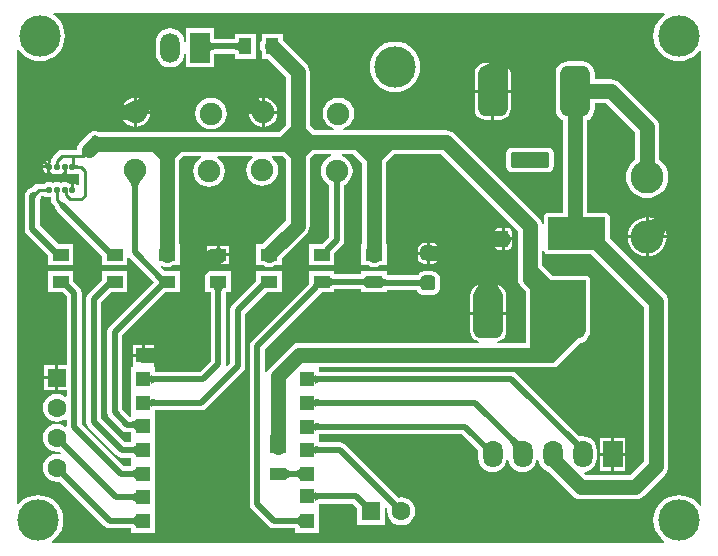
<source format=gtl>
G04*
G04 #@! TF.GenerationSoftware,Altium Limited,Altium Designer,19.0.15 (446)*
G04*
G04 Layer_Physical_Order=1*
G04 Layer_Color=255*
%FSTAX24Y24*%
%MOIN*%
G70*
G01*
G75*
%ADD10C,0.0100*%
G04:AMPARAMS|DCode=19|XSize=98.4mil|YSize=169.3mil|CornerRadius=24.6mil|HoleSize=0mil|Usage=FLASHONLY|Rotation=180.000|XOffset=0mil|YOffset=0mil|HoleType=Round|Shape=RoundedRectangle|*
%AMROUNDEDRECTD19*
21,1,0.0984,0.1201,0,0,180.0*
21,1,0.0492,0.1693,0,0,180.0*
1,1,0.0492,-0.0246,0.0600*
1,1,0.0492,0.0246,0.0600*
1,1,0.0492,0.0246,-0.0600*
1,1,0.0492,-0.0246,-0.0600*
%
%ADD19ROUNDEDRECTD19*%
G04:AMPARAMS|DCode=20|XSize=36.6mil|YSize=51.6mil|CornerRadius=2.7mil|HoleSize=0mil|Usage=FLASHONLY|Rotation=0.000|XOffset=0mil|YOffset=0mil|HoleType=Round|Shape=RoundedRectangle|*
%AMROUNDEDRECTD20*
21,1,0.0366,0.0461,0,0,0.0*
21,1,0.0311,0.0516,0,0,0.0*
1,1,0.0055,0.0156,-0.0230*
1,1,0.0055,-0.0156,-0.0230*
1,1,0.0055,-0.0156,0.0230*
1,1,0.0055,0.0156,0.0230*
%
%ADD20ROUNDEDRECTD20*%
G04:AMPARAMS|DCode=21|XSize=127.6mil|YSize=51.6mil|CornerRadius=3.9mil|HoleSize=0mil|Usage=FLASHONLY|Rotation=0.000|XOffset=0mil|YOffset=0mil|HoleType=Round|Shape=RoundedRectangle|*
%AMROUNDEDRECTD21*
21,1,0.1276,0.0438,0,0,0.0*
21,1,0.1198,0.0516,0,0,0.0*
1,1,0.0077,0.0599,-0.0219*
1,1,0.0077,-0.0599,-0.0219*
1,1,0.0077,-0.0599,0.0219*
1,1,0.0077,0.0599,0.0219*
%
%ADD21ROUNDEDRECTD21*%
%ADD22R,0.0550X0.0394*%
G04:AMPARAMS|DCode=23|XSize=50mil|YSize=50mil|CornerRadius=12.5mil|HoleSize=0mil|Usage=FLASHONLY|Rotation=270.000|XOffset=0mil|YOffset=0mil|HoleType=Round|Shape=RoundedRectangle|*
%AMROUNDEDRECTD23*
21,1,0.0500,0.0250,0,0,270.0*
21,1,0.0250,0.0500,0,0,270.0*
1,1,0.0250,-0.0125,-0.0125*
1,1,0.0250,-0.0125,0.0125*
1,1,0.0250,0.0125,0.0125*
1,1,0.0250,0.0125,-0.0125*
%
%ADD23ROUNDEDRECTD23*%
%ADD24R,0.0394X0.0550*%
G04:AMPARAMS|DCode=25|XSize=19.3mil|YSize=17.7mil|CornerRadius=2.2mil|HoleSize=0mil|Usage=FLASHONLY|Rotation=270.000|XOffset=0mil|YOffset=0mil|HoleType=Round|Shape=RoundedRectangle|*
%AMROUNDEDRECTD25*
21,1,0.0193,0.0133,0,0,270.0*
21,1,0.0149,0.0177,0,0,270.0*
1,1,0.0044,-0.0066,-0.0074*
1,1,0.0044,-0.0066,0.0074*
1,1,0.0044,0.0066,0.0074*
1,1,0.0044,0.0066,-0.0074*
%
%ADD25ROUNDEDRECTD25*%
%ADD43C,0.0500*%
%ADD44C,0.0200*%
%ADD45O,0.0650X0.0900*%
%ADD46R,0.0650X0.0900*%
%ADD47C,0.1100*%
%ADD48R,0.0650X0.1000*%
%ADD49O,0.0650X0.1000*%
%ADD50C,0.0750*%
%ADD51R,0.0500X0.0500*%
%ADD52R,0.0630X0.0630*%
%ADD53C,0.0630*%
%ADD54R,0.0630X0.0630*%
%ADD55C,0.0180*%
%ADD56C,0.0250*%
%ADD57C,0.0500*%
%ADD58C,0.1378*%
G36*
X033789Y036255D02*
X033782Y036251D01*
X033654Y036146D01*
X033549Y036018D01*
X033471Y035873D01*
X033423Y035714D01*
X033407Y03555D01*
X033423Y035386D01*
X033471Y035227D01*
X033549Y035082D01*
X033654Y034954D01*
X033782Y034849D01*
X033927Y034771D01*
X034086Y034723D01*
X03425Y034707D01*
X034414Y034723D01*
X034573Y034771D01*
X034718Y034849D01*
X034846Y034954D01*
X034948Y035079D01*
X034952Y035079D01*
X034998Y035044D01*
Y019906D01*
X034952Y019871D01*
X034948Y019871D01*
X034846Y019996D01*
X034718Y020101D01*
X034573Y020179D01*
X034414Y020227D01*
X03425Y020243D01*
X034086Y020227D01*
X033927Y020179D01*
X033782Y020101D01*
X033654Y019996D01*
X033549Y019868D01*
X033471Y019723D01*
X033423Y019564D01*
X033407Y0194D01*
X033423Y019236D01*
X033471Y019077D01*
X033549Y018932D01*
X033654Y018804D01*
X033777Y018703D01*
X033775Y018671D01*
X03377Y018653D01*
X01338D01*
X013375Y018671D01*
X013373Y018703D01*
X013496Y018804D01*
X013601Y018932D01*
X013679Y019077D01*
X013727Y019236D01*
X013743Y0194D01*
X013727Y019564D01*
X013679Y019723D01*
X013601Y019868D01*
X013496Y019996D01*
X013368Y020101D01*
X013223Y020179D01*
X013064Y020227D01*
X0129Y020243D01*
X012736Y020227D01*
X012577Y020179D01*
X012432Y020101D01*
X012304Y019996D01*
X012248Y019929D01*
X012198Y019946D01*
Y035073D01*
X012247Y035086D01*
X012249Y035082D01*
X012354Y034954D01*
X012482Y034849D01*
X012627Y034771D01*
X012786Y034723D01*
X01295Y034707D01*
X013114Y034723D01*
X013273Y034771D01*
X013418Y034849D01*
X013546Y034954D01*
X013651Y035082D01*
X013729Y035227D01*
X013777Y035386D01*
X013793Y03555D01*
X013777Y035714D01*
X013729Y035873D01*
X013651Y036018D01*
X013546Y036146D01*
X013418Y036251D01*
X013411Y036255D01*
X013423Y036303D01*
X033777D01*
X033789Y036255D01*
D02*
G37*
%LPC*%
G36*
X0173Y035804D02*
X017176Y035788D01*
X01706Y03574D01*
X016961Y035664D01*
X016885Y035565D01*
X016837Y035449D01*
X016821Y035325D01*
Y034975D01*
X016837Y034851D01*
X016885Y034735D01*
X016961Y034636D01*
X01706Y03456D01*
X017176Y034512D01*
X0173Y034496D01*
X017424Y034512D01*
X01754Y03456D01*
X017639Y034636D01*
X017715Y034735D01*
X017763Y034851D01*
X017775Y034944D01*
X017825Y034941D01*
Y0345D01*
X018775D01*
Y034945D01*
X018781Y034945D01*
X019447D01*
X019453Y034945D01*
Y034775D01*
X020147D01*
Y035625D01*
X019453D01*
Y035455D01*
X019447Y035455D01*
X018781D01*
X018775Y035455D01*
Y0358D01*
X017825D01*
Y035359D01*
X017775Y035356D01*
X017763Y035449D01*
X017715Y035565D01*
X017639Y035664D01*
X01754Y03574D01*
X017424Y035788D01*
X0173Y035804D01*
D02*
G37*
G36*
X028602Y034466D02*
X028548Y034388D01*
X028508Y034316D01*
X028483Y034253D01*
X028474Y034198D01*
X02848Y034151D01*
X028503Y034114D01*
X028541Y034085D01*
X0281Y03432D01*
Y03375D01*
X028645D01*
Y0343D01*
X028633Y034391D01*
X028602Y034466D01*
D02*
G37*
G36*
X027962Y034649D02*
X027804D01*
X027714Y034638D01*
X027629Y034603D01*
X027557Y034547D01*
X027502Y034475D01*
X027467Y034391D01*
X027455Y0343D01*
Y03375D01*
X028D01*
Y034373D01*
X02771Y034528D01*
X027773Y03455D01*
X027839Y03458D01*
X027908Y034616D01*
X027962Y034649D01*
D02*
G37*
G36*
X024798Y035359D02*
X024634Y035343D01*
X024476Y035295D01*
X02433Y035217D01*
X024202Y035112D01*
X024097Y034985D01*
X02402Y034839D01*
X023972Y034681D01*
X023955Y034516D01*
X023972Y034352D01*
X02402Y034194D01*
X024097Y034048D01*
X024202Y03392D01*
X02433Y033815D01*
X024476Y033737D01*
X024634Y033689D01*
X024798Y033673D01*
X024963Y033689D01*
X025121Y033737D01*
X025267Y033815D01*
X025395Y03392D01*
X025499Y034048D01*
X025577Y034194D01*
X025625Y034352D01*
X025641Y034516D01*
X025625Y034681D01*
X025577Y034839D01*
X025499Y034985D01*
X025395Y035112D01*
X025267Y035217D01*
X025121Y035295D01*
X024963Y035343D01*
X024798Y035359D01*
D02*
G37*
G36*
X0162Y033473D02*
Y033409D01*
X016207Y033415D01*
X016259Y033465D01*
X0162Y033473D01*
D02*
G37*
G36*
X016615Y033104D02*
X016567Y03305D01*
X016623D01*
X016615Y033104D01*
D02*
G37*
G36*
X02045Y033473D02*
Y03305D01*
X020873D01*
X020863Y033124D01*
X020815Y03324D01*
X020739Y033339D01*
X02064Y033415D01*
X020524Y033463D01*
X02045Y033473D01*
D02*
G37*
G36*
X0162Y033329D02*
Y03305D01*
X016479D01*
X0162Y033329D01*
D02*
G37*
G36*
X0161Y033473D02*
X016026Y033463D01*
X01591Y033415D01*
X015811Y033339D01*
X015747Y033255D01*
X015882Y033263D01*
Y03305D01*
X0161D01*
Y033473D01*
D02*
G37*
G36*
X02035D02*
X020276Y033463D01*
X020244Y033449D01*
X020319Y033384D01*
X020331Y033376D01*
X020341Y033372D01*
X020348Y033371D01*
X0201Y03305D01*
X02035D01*
Y033473D01*
D02*
G37*
G36*
X019928Y033053D02*
X019927Y03305D01*
X019931D01*
X019928Y033053D01*
D02*
G37*
G36*
X028645Y03365D02*
X0281D01*
Y032751D01*
X028296D01*
X028386Y032762D01*
X028471Y032797D01*
X028543Y032853D01*
X028598Y032925D01*
X028633Y033009D01*
X028645Y0331D01*
Y03365D01*
D02*
G37*
G36*
X028D02*
X027455D01*
Y0331D01*
X027467Y033009D01*
X027502Y032925D01*
X027557Y032853D01*
X027629Y032797D01*
X027714Y032762D01*
X027804Y032751D01*
X028D01*
Y03365D01*
D02*
G37*
G36*
X0161Y03295D02*
X015882D01*
Y032738D01*
X015878Y03274D01*
X015869Y032742D01*
X015856Y032744D01*
X015817Y032747D01*
X015744Y032749D01*
X015811Y032661D01*
X01591Y032585D01*
X016026Y032537D01*
X0161Y032527D01*
Y03295D01*
D02*
G37*
G36*
X020873D02*
X02045D01*
Y032527D01*
X020524Y032537D01*
X02064Y032585D01*
X020739Y032661D01*
X020815Y03276D01*
X020863Y032876D01*
X020873Y03295D01*
D02*
G37*
G36*
X016623D02*
X0162D01*
Y032527D01*
X016274Y032537D01*
X01639Y032585D01*
X016489Y032661D01*
X016565Y03276D01*
X016613Y032876D01*
X016623Y03295D01*
D02*
G37*
G36*
X02035D02*
X019927D01*
X019937Y032876D01*
X019985Y03276D01*
X020061Y032661D01*
X02016Y032585D01*
X020276Y032537D01*
X02035Y032527D01*
Y03295D01*
D02*
G37*
G36*
X01866Y03349D02*
X018523Y033471D01*
X018395Y033419D01*
X018286Y033334D01*
X018201Y033225D01*
X018149Y033097D01*
X01813Y03296D01*
X018149Y032823D01*
X018201Y032695D01*
X018286Y032586D01*
X018395Y032501D01*
X018523Y032449D01*
X01866Y03243D01*
X018797Y032449D01*
X018925Y032501D01*
X019034Y032586D01*
X019119Y032695D01*
X019171Y032823D01*
X01919Y03296D01*
X019171Y033097D01*
X019119Y033225D01*
X019034Y033334D01*
X018925Y033419D01*
X018797Y033471D01*
X01866Y03349D01*
D02*
G37*
G36*
X013216Y031381D02*
X0132D01*
X013152Y031371D01*
X013112Y031344D01*
X013085Y031304D01*
X013075Y031256D01*
Y031232D01*
X013216D01*
Y031381D01*
D02*
G37*
G36*
X029899Y031828D02*
X028701D01*
X028627Y031814D01*
X028565Y031772D01*
X028523Y03171D01*
X028509Y031636D01*
Y031198D01*
X028523Y031124D01*
X028565Y031062D01*
X028627Y03102D01*
X028701Y031005D01*
X029899D01*
X029973Y03102D01*
X030035Y031062D01*
X030077Y031124D01*
X030091Y031198D01*
Y031636D01*
X030077Y03171D01*
X030035Y031772D01*
X029973Y031814D01*
X029899Y031828D01*
D02*
G37*
G36*
X013216Y031132D02*
X013075D01*
Y031108D01*
X013085Y03106D01*
X013112Y03102D01*
X013152Y030993D01*
X0132Y030983D01*
X013216D01*
Y031132D01*
D02*
G37*
G36*
X021047Y035625D02*
X020353D01*
Y035405D01*
X020351Y035402D01*
X02031Y035304D01*
X020297Y0352D01*
X02031Y035096D01*
X020351Y034998D01*
X020353Y034995D01*
Y034775D01*
X020554D01*
X021147Y034183D01*
Y032568D01*
X020937Y032358D01*
X014908D01*
X014876Y032371D01*
X014804Y032381D01*
X014733Y032371D01*
X014666Y032343D01*
X014627Y032314D01*
X014603Y032304D01*
X014519Y03224D01*
X014315Y032035D01*
X014251Y031952D01*
X01421Y031854D01*
X014203Y031796D01*
X014198Y031779D01*
X014197Y031757D01*
X013694D01*
X013616Y031742D01*
X01355Y031697D01*
X013378Y031525D01*
X013334Y031459D01*
X013318Y031381D01*
Y031381D01*
X013316D01*
Y031357D01*
X013293Y031323D01*
X01328Y031256D01*
Y031182D01*
Y031108D01*
X013293Y03104D01*
X013316Y031006D01*
Y030983D01*
X013332D01*
X013388Y030945D01*
X013456Y030932D01*
X013588D01*
X013656Y030945D01*
X013712Y030983D01*
X013728D01*
Y031006D01*
X013751Y03104D01*
X013764Y031108D01*
Y031182D01*
X013792D01*
Y031108D01*
X013805Y03104D01*
X013828Y031006D01*
Y030983D01*
X013844D01*
X0139Y030945D01*
X013967Y030932D01*
X0141D01*
X014167Y030945D01*
X014175Y03095D01*
X014175Y03095D01*
X014194Y030963D01*
X014195Y030963D01*
X014244Y030939D01*
X014245Y030938D01*
Y030586D01*
X014195Y030571D01*
X014188Y03058D01*
X014148Y030607D01*
X0141Y030617D01*
X014084D01*
Y030418D01*
X01402D01*
Y030492D01*
X014007Y03056D01*
X013984Y030594D01*
Y030617D01*
X013968D01*
X013912Y030655D01*
X013844Y030668D01*
X013712D01*
X01365Y030656D01*
X013588Y030668D01*
X013456D01*
X013394Y030656D01*
X013333Y030668D01*
X0132D01*
X013133Y030655D01*
X013084Y030622D01*
X012918D01*
X01284Y030607D01*
X012774Y030562D01*
X012774Y030562D01*
X012708Y030497D01*
X012652Y030485D01*
X01257Y03043D01*
X01252Y03038D01*
X012464Y030298D01*
X012445Y0302D01*
Y029122D01*
X012464Y029024D01*
X01252Y028942D01*
X013225Y028236D01*
Y027903D01*
X014075D01*
Y028597D01*
X013585D01*
X012955Y029227D01*
Y030107D01*
X012986Y030152D01*
X012997Y030208D01*
X013003Y030214D01*
X013084D01*
X013133Y030182D01*
X0132Y030168D01*
X013318D01*
Y030078D01*
X013334Y03D01*
X013378Y029934D01*
X013453Y029858D01*
X013464Y029802D01*
X01352Y02972D01*
X015025Y028215D01*
Y027903D01*
X015875D01*
Y028157D01*
X015925Y028172D01*
X01594Y02815D01*
X01675Y027339D01*
X01527Y025858D01*
X015215Y025776D01*
X015195Y025678D01*
Y023D01*
X015215Y022902D01*
X01527Y02282D01*
X015678Y022411D01*
X015761Y022356D01*
X015859Y022336D01*
X016002D01*
X016009Y022336D01*
Y022D01*
X016002Y022D01*
X015786D01*
X015005Y022781D01*
Y026673D01*
X015335Y027003D01*
X015875D01*
Y027697D01*
X015025D01*
Y027414D01*
X01457Y026958D01*
X014514Y026876D01*
X014495Y026778D01*
Y022675D01*
X014514Y022577D01*
X01457Y022495D01*
X0155Y021565D01*
X015582Y021509D01*
X01568Y02149D01*
X016002D01*
X016009Y02149D01*
Y02121D01*
X016002Y02121D01*
X015751D01*
X014355Y022606D01*
Y026978D01*
X014336Y027076D01*
X01428Y027158D01*
X014075Y027364D01*
Y027697D01*
X013225D01*
Y027003D01*
X013715D01*
X013845Y026873D01*
Y024565D01*
X013572D01*
Y02415D01*
Y023735D01*
X013845D01*
Y023545D01*
X0138Y023523D01*
X013757Y023556D01*
X013643Y023603D01*
X013522Y023619D01*
X013401Y023603D01*
X013288Y023556D01*
X01319Y023482D01*
X013116Y023384D01*
X013069Y023271D01*
X013053Y02315D01*
X013069Y023029D01*
X013116Y022916D01*
X01319Y022818D01*
X013288Y022744D01*
X013401Y022697D01*
X013522Y022681D01*
X013643Y022697D01*
X013757Y022744D01*
X0138Y022777D01*
X013845Y022755D01*
Y022551D01*
X013795Y022527D01*
X013757Y022556D01*
X013643Y022603D01*
X013522Y022619D01*
X013401Y022603D01*
X013288Y022556D01*
X01319Y022482D01*
X013116Y022384D01*
X013069Y022271D01*
X013053Y02215D01*
X013069Y022029D01*
X013116Y021916D01*
X01319Y021818D01*
X013288Y021744D01*
X013401Y021697D01*
X013522Y021681D01*
X013618Y021694D01*
X01367Y021642D01*
X013661Y021629D01*
X013637Y021604D01*
X013522Y021619D01*
X013401Y021603D01*
X013288Y021556D01*
X01319Y021482D01*
X013116Y021384D01*
X013069Y021271D01*
X013053Y02115D01*
X013069Y021029D01*
X013116Y020916D01*
X01319Y020818D01*
X013288Y020744D01*
X013401Y020697D01*
X013522Y020681D01*
X013618Y020694D01*
X015107Y019205D01*
X015189Y01915D01*
X015287Y01913D01*
X016002D01*
X016009Y01913D01*
Y018985D01*
X016809D01*
Y019775D01*
Y020555D01*
Y021345D01*
Y022135D01*
Y022925D01*
Y02307D01*
X016815Y02307D01*
X018325D01*
X018423Y023089D01*
X018505Y023145D01*
X01973Y02437D01*
X019785Y024452D01*
X019805Y02455D01*
Y026294D01*
X020514Y027003D01*
X021025D01*
Y027697D01*
X020175D01*
Y027385D01*
X01937Y02658D01*
X019315Y026498D01*
X019295Y0264D01*
Y024656D01*
X019198Y024558D01*
X019151Y024583D01*
X019155Y0246D01*
Y026997D01*
X019155Y027003D01*
X019325D01*
Y027697D01*
X018475D01*
Y027003D01*
X018645D01*
X018645Y026997D01*
Y024706D01*
X018299Y02436D01*
X016815D01*
X016809Y02436D01*
Y024505D01*
X016783D01*
X016759Y024545D01*
X016759Y024555D01*
Y024845D01*
X016059D01*
Y024555D01*
X016059Y024545D01*
X016035Y024505D01*
X016009D01*
Y023705D01*
Y02286D01*
X015959Y022852D01*
X015705Y023106D01*
Y025573D01*
X017135Y027003D01*
X017625D01*
Y027697D01*
X017114D01*
X016981Y02783D01*
X016988Y027893D01*
X016998Y027901D01*
X017096Y02786D01*
X0172Y027847D01*
X017304Y02786D01*
X017402Y027901D01*
X017405Y027903D01*
X017625D01*
Y028597D01*
X017603D01*
Y031396D01*
X017745Y031551D01*
X018315D01*
X018325Y031501D01*
X018226Y031424D01*
X018141Y031315D01*
X018089Y031187D01*
X01807Y03105D01*
X018089Y030913D01*
X018141Y030785D01*
X018226Y030676D01*
X018335Y030591D01*
X018463Y030539D01*
X0186Y03052D01*
X018737Y030539D01*
X018865Y030591D01*
X018974Y030676D01*
X019059Y030785D01*
X019111Y030913D01*
X01913Y03105D01*
X019111Y031187D01*
X019059Y031315D01*
X018974Y031424D01*
X018875Y031501D01*
X018885Y031551D01*
X020039D01*
X020056Y031501D01*
X019996Y031454D01*
X019911Y031345D01*
X019859Y031217D01*
X01984Y03108D01*
X019859Y030943D01*
X019911Y030815D01*
X019996Y030706D01*
X020105Y030621D01*
X020233Y030569D01*
X02037Y03055D01*
X020507Y030569D01*
X020635Y030621D01*
X020744Y030706D01*
X020829Y030815D01*
X020881Y030943D01*
X0209Y03108D01*
X020881Y031217D01*
X020829Y031345D01*
X020744Y031454D01*
X020684Y031501D01*
X020701Y031551D01*
X021034D01*
X021147Y031439D01*
Y029395D01*
X020348Y028597D01*
X020175D01*
Y027903D01*
X020395D01*
X020398Y027901D01*
X020496Y02786D01*
X0206Y027847D01*
X020704Y02786D01*
X020802Y027901D01*
X020805Y027903D01*
X021025D01*
Y028133D01*
X021835Y028943D01*
X021899Y029026D01*
X02194Y029124D01*
X021953Y029228D01*
X021953Y029228D01*
Y031442D01*
X022108Y031597D01*
X022667D01*
X022677Y031547D01*
X022585Y031509D01*
X022476Y031424D01*
X022391Y031315D01*
X022339Y031187D01*
X02232Y03105D01*
X022339Y030913D01*
X022391Y030785D01*
X022476Y030676D01*
X022585Y030591D01*
X022595Y030587D01*
Y028856D01*
X022345Y028605D01*
X022339Y028597D01*
X021925D01*
Y027903D01*
X022775D01*
Y028315D01*
X02303Y02857D01*
X023085Y028652D01*
X023105Y02875D01*
Y030587D01*
X023115Y030591D01*
X023224Y030676D01*
X023309Y030785D01*
X023361Y030913D01*
X02338Y03105D01*
X023361Y031187D01*
X023309Y031315D01*
X023224Y031424D01*
X023115Y031509D01*
X023023Y031547D01*
X023033Y031597D01*
X023398D01*
X023697Y031322D01*
Y028597D01*
X023675D01*
Y027903D01*
X023895D01*
X023898Y027901D01*
X023996Y02786D01*
X0241Y027847D01*
X024204Y02786D01*
X024302Y027901D01*
X024305Y027903D01*
X024525D01*
Y028597D01*
X024503D01*
Y031334D01*
X024766Y031597D01*
X026335D01*
X028897Y029035D01*
Y028783D01*
Y027456D01*
X028897Y027456D01*
X02891Y027352D01*
X028951Y027255D01*
X029015Y027171D01*
X029147Y027039D01*
X029147Y025308D01*
X028209D01*
X028206Y025358D01*
X028236Y025362D01*
X028321Y025397D01*
X028393Y025453D01*
X028448Y025525D01*
X028483Y025609D01*
X028495Y0257D01*
Y02625D01*
X0279D01*
X027305D01*
Y0257D01*
X027317Y025609D01*
X027352Y025525D01*
X027407Y025453D01*
X027479Y025397D01*
X027564Y025362D01*
X027594Y025358D01*
X027591Y025308D01*
X021605D01*
X021579Y025305D01*
X021471D01*
Y025282D01*
X021403Y025254D01*
X02132Y02519D01*
X02132Y02519D01*
X020615Y024485D01*
X020551Y024402D01*
X02051Y024305D01*
X020505Y024264D01*
X020455Y024267D01*
Y025094D01*
X022355Y026995D01*
X022361Y027003D01*
X022604D01*
X022607Y027002D01*
X022615Y027003D01*
X022624Y027001D01*
X022633Y027003D01*
X022775D01*
Y027095D01*
X02278Y027095D01*
X02367D01*
X023675Y027095D01*
Y027003D01*
X023817D01*
X023826Y027001D01*
X023835Y027003D01*
X023843Y027002D01*
X023846Y027003D01*
X024351D01*
X024351Y027003D01*
X024353Y027003D01*
X024365D01*
X024374Y027001D01*
X024383Y027003D01*
X024525D01*
Y02707D01*
X024528Y02707D01*
X025521D01*
X025535Y027036D01*
X025579Y026979D01*
X025636Y026935D01*
X025703Y026907D01*
X025775Y026898D01*
X026025D01*
X026097Y026907D01*
X026164Y026935D01*
X026221Y026979D01*
X026265Y027036D01*
X026293Y027103D01*
X026302Y027175D01*
Y027425D01*
X026293Y027497D01*
X026265Y027564D01*
X026221Y027621D01*
X026164Y027665D01*
X026097Y027693D01*
X026025Y027702D01*
X025775D01*
X025703Y027693D01*
X025636Y027665D01*
X025579Y027621D01*
X025547Y02758D01*
X024531D01*
X024525Y02758D01*
Y027697D01*
X023846D01*
X023843Y027698D01*
X023835Y027697D01*
X023826Y027699D01*
X023817Y027697D01*
X023675D01*
Y027605D01*
X02367Y027605D01*
X02278D01*
X022775Y027605D01*
Y027697D01*
X022633D01*
X022624Y027699D01*
X022615Y027697D01*
X022607Y027698D01*
X022604Y027697D01*
X021925D01*
Y027285D01*
X02002Y02538D01*
X019964Y025298D01*
X019945Y0252D01*
Y019952D01*
X019964Y019854D01*
X02002Y019771D01*
X020586Y019205D01*
X020669Y01915D01*
X020767Y01913D01*
X021464D01*
X021471Y01913D01*
Y018985D01*
X022271D01*
Y019755D01*
X022271Y019785D01*
X022271Y019835D01*
Y01995D01*
X022277Y01995D01*
X023389D01*
X023535Y019804D01*
Y019235D01*
X024465D01*
Y019809D01*
X024508Y019827D01*
X024544Y019795D01*
X024531Y0197D01*
X024547Y019579D01*
X024594Y019466D01*
X024668Y019368D01*
X024766Y019294D01*
X024879Y019247D01*
X025Y019231D01*
X025121Y019247D01*
X025234Y019294D01*
X025332Y019368D01*
X025406Y019466D01*
X025453Y019579D01*
X025469Y0197D01*
X025453Y019821D01*
X025406Y019934D01*
X025332Y020032D01*
X025234Y020106D01*
X025121Y020153D01*
X025Y020169D01*
X024904Y020156D01*
X023125Y021935D01*
X023043Y02199D01*
X022945Y02201D01*
X022277D01*
X022271Y02201D01*
Y02227D01*
X022277Y02227D01*
X027021D01*
X027567Y021725D01*
Y021481D01*
X027583Y021357D01*
X027631Y021241D01*
X027707Y021142D01*
X027806Y021066D01*
X027922Y021018D01*
X028046Y021002D01*
X02817Y021018D01*
X028285Y021066D01*
X028384Y021142D01*
X028461Y021241D01*
X028508Y021357D01*
X02852Y021448D01*
X028571D01*
X028583Y021357D01*
X028631Y021241D01*
X028707Y021142D01*
X028806Y021066D01*
X028922Y021018D01*
X029046Y021002D01*
X02917Y021018D01*
X029285Y021066D01*
X029384Y021142D01*
X029461Y021241D01*
X029508Y021357D01*
X02952Y021448D01*
X029571D01*
X029583Y021357D01*
X029631Y021241D01*
X029707Y021142D01*
X029806Y021066D01*
X029906Y021025D01*
X030716Y020215D01*
X0308Y020151D01*
X030897Y02011D01*
X031001Y020097D01*
X031001Y020097D01*
X032795D01*
X032795Y020097D01*
X0329Y02011D01*
X032997Y020151D01*
X03308Y020215D01*
X033785Y02092D01*
X033849Y021003D01*
X03389Y0211D01*
X033903Y021205D01*
Y026681D01*
X033903Y026681D01*
X03389Y026786D01*
X033849Y026883D01*
X033785Y026967D01*
X033785Y026967D01*
X031951Y028801D01*
X031951Y029503D01*
X03194Y029562D01*
X031907Y029611D01*
X031857Y029645D01*
X031798Y029656D01*
X031203D01*
Y032736D01*
X031246Y032754D01*
X031329Y032817D01*
X031392Y0329D01*
X031432Y032996D01*
X031446Y0331D01*
Y033297D01*
X031833D01*
X032797Y032333D01*
Y031424D01*
X032703Y031347D01*
X032615Y031241D01*
X03255Y031119D01*
X03251Y030987D01*
X032497Y03085D01*
X03251Y030713D01*
X03255Y030581D01*
X032615Y030459D01*
X032703Y030353D01*
X032809Y030265D01*
X032931Y0302D01*
X033063Y03016D01*
X0332Y030147D01*
X033337Y03016D01*
X033469Y0302D01*
X033591Y030265D01*
X033697Y030353D01*
X033785Y030459D01*
X03385Y030581D01*
X03389Y030713D01*
X033903Y03085D01*
X03389Y030987D01*
X03385Y031119D01*
X033785Y031241D01*
X033697Y031347D01*
X033603Y031424D01*
Y0325D01*
X03359Y032604D01*
X033549Y032702D01*
X033485Y032785D01*
X033485Y032785D01*
X032285Y033985D01*
X032202Y034049D01*
X032104Y03409D01*
X032Y034103D01*
X032Y034103D01*
X031446D01*
Y0343D01*
X031432Y034404D01*
X031392Y0345D01*
X031329Y034583D01*
X031246Y034646D01*
X031149Y034686D01*
X031046Y0347D01*
X030554D01*
X030451Y034686D01*
X030354Y034646D01*
X030271Y034583D01*
X030208Y0345D01*
X030168Y034404D01*
X030154Y0343D01*
Y0331D01*
X030168Y032996D01*
X030208Y0329D01*
X030271Y032817D01*
X030354Y032754D01*
X030397Y032736D01*
Y029656D01*
X029898D01*
X02984Y029645D01*
X02979Y029611D01*
X029757Y029562D01*
X029745Y029503D01*
Y029265D01*
X029695Y029262D01*
X02969Y029306D01*
X029649Y029403D01*
X029585Y029487D01*
X026787Y032285D01*
X026703Y032349D01*
X026606Y03239D01*
X026502Y032403D01*
X026502Y032403D01*
X023069D01*
X023059Y032453D01*
X023175Y032501D01*
X023284Y032586D01*
X023369Y032695D01*
X023421Y032823D01*
X02344Y03296D01*
X023421Y033097D01*
X023369Y033225D01*
X023284Y033334D01*
X023175Y033419D01*
X023047Y033471D01*
X02291Y03349D01*
X022773Y033471D01*
X022645Y033419D01*
X022536Y033334D01*
X022451Y033225D01*
X022399Y033097D01*
X02238Y03296D01*
X022399Y032823D01*
X022451Y032695D01*
X022536Y032586D01*
X022645Y032501D01*
X022761Y032453D01*
X022751Y032403D01*
X022114D01*
X021953Y032564D01*
Y03435D01*
X021953Y03435D01*
X02194Y034454D01*
X021899Y034552D01*
X021835Y034635D01*
X021835Y034635D01*
X021047Y035424D01*
Y035625D01*
D02*
G37*
G36*
X03325Y029498D02*
Y029403D01*
X033282Y029408D01*
X033321Y029418D01*
X03336Y029432D01*
X033399Y029451D01*
X03342Y029462D01*
X033327Y029491D01*
X03325Y029498D01*
D02*
G37*
G36*
X033812Y02907D02*
X033801Y029049D01*
X033782Y02901D01*
X033768Y028971D01*
X033758Y028932D01*
X033753Y0289D01*
X033848D01*
X033841Y028977D01*
X033812Y02907D01*
D02*
G37*
G36*
X03325Y029355D02*
Y0289D01*
X033705D01*
X03325Y029355D01*
D02*
G37*
G36*
X03315Y029498D02*
X033073Y029491D01*
X03295Y029453D01*
X032837Y029393D01*
X032738Y029312D01*
X032657Y029213D01*
X032597Y0291D01*
X032559Y028977D01*
X032552Y0289D01*
X03315D01*
Y029498D01*
D02*
G37*
G36*
X028554Y029143D02*
X028448D01*
Y028833D01*
X028684D01*
Y029013D01*
X028674Y029063D01*
X028646Y029105D01*
X028604Y029134D01*
X028554Y029143D01*
D02*
G37*
G36*
X028348D02*
X028243D01*
X028193Y029134D01*
X028151Y029105D01*
X028123Y029063D01*
X028117Y029035D01*
X028233Y029038D01*
Y028833D01*
X028348D01*
Y029143D01*
D02*
G37*
G36*
X028684Y028733D02*
X028448D01*
Y028423D01*
X028554D01*
X028604Y028433D01*
X028646Y028461D01*
X028674Y028503D01*
X028684Y028553D01*
Y028733D01*
D02*
G37*
G36*
X028348D02*
X028233D01*
Y028528D01*
X028228Y028527D01*
X028213Y028527D01*
X028118Y028527D01*
X028123Y028503D01*
X028151Y028461D01*
X028193Y028433D01*
X028243Y028423D01*
X028348D01*
Y028733D01*
D02*
G37*
G36*
X026025Y028654D02*
X02595D01*
Y02835D01*
X026254D01*
Y028425D01*
X026237Y028513D01*
X026187Y028587D01*
X026113Y028637D01*
X026025Y028654D01*
D02*
G37*
G36*
X02585D02*
X025775D01*
X025687Y028637D01*
X025613Y028587D01*
X025563Y028513D01*
X025546Y028425D01*
Y02835D01*
X02585D01*
Y028654D01*
D02*
G37*
G36*
X019275Y028547D02*
X01895D01*
Y0283D01*
X019275D01*
Y028547D01*
D02*
G37*
G36*
X01885D02*
X018525D01*
Y0283D01*
X01885D01*
Y028547D01*
D02*
G37*
G36*
X033848Y0288D02*
X03325D01*
Y028202D01*
X033327Y028209D01*
X03345Y028247D01*
X033563Y028307D01*
X033662Y028388D01*
X033743Y028487D01*
X033803Y0286D01*
X033841Y028723D01*
X033848Y0288D01*
D02*
G37*
G36*
X03315D02*
X032552D01*
X032559Y028723D01*
X032597Y0286D01*
X032657Y028487D01*
X032738Y028388D01*
X032837Y028307D01*
X03295Y028247D01*
X033073Y028209D01*
X03315Y028202D01*
Y0288D01*
D02*
G37*
G36*
X019275Y0282D02*
X01895D01*
Y027953D01*
X019275D01*
Y0282D01*
D02*
G37*
G36*
X01885D02*
X018525D01*
Y027953D01*
X01885D01*
Y0282D01*
D02*
G37*
G36*
X026254Y02825D02*
X02595D01*
Y027946D01*
X026025D01*
X026113Y027963D01*
X026187Y028013D01*
X026237Y028087D01*
X026254Y028175D01*
Y02825D01*
D02*
G37*
G36*
X02585D02*
X025546D01*
Y028175D01*
X025563Y028087D01*
X025613Y028013D01*
X025687Y027963D01*
X025775Y027946D01*
X02585D01*
Y02825D01*
D02*
G37*
G36*
X028213Y027241D02*
X028225Y027218D01*
X028262Y027158D01*
X028304Y027097D01*
X028351Y027037D01*
X02795D01*
Y02635D01*
X028495D01*
Y0269D01*
X028483Y026991D01*
X028448Y027075D01*
X028393Y027147D01*
X028321Y027203D01*
X028236Y027238D01*
X028213Y027241D01*
D02*
G37*
G36*
X02755Y027232D02*
X027479Y027203D01*
X027407Y027147D01*
X027352Y027075D01*
X027317Y026991D01*
X027305Y0269D01*
Y02635D01*
X02785D01*
Y027037D01*
X027449D01*
X027479Y027077D01*
X027505Y027121D01*
X027528Y02717D01*
X027548Y027224D01*
X02755Y027232D01*
D02*
G37*
G36*
X016759Y025245D02*
X016459D01*
Y024945D01*
X016759D01*
Y025245D01*
D02*
G37*
G36*
X016359D02*
X016059D01*
Y024945D01*
X016359D01*
Y025245D01*
D02*
G37*
G36*
X013472Y024565D02*
X013107D01*
Y0242D01*
X013472D01*
Y024565D01*
D02*
G37*
G36*
Y0241D02*
X013107D01*
Y023735D01*
X013472D01*
Y0241D01*
D02*
G37*
%LPD*%
G36*
X019606Y035D02*
X019604Y035019D01*
X019598Y035036D01*
X019587Y035051D01*
X019573Y035064D01*
X019555Y035075D01*
X019533Y035084D01*
X019507Y035091D01*
X019477Y035096D01*
X019443Y035099D01*
X019404Y0351D01*
Y0353D01*
X019443Y035301D01*
X019477Y035304D01*
X019507Y035309D01*
X019533Y035316D01*
X019555Y035325D01*
X019573Y035336D01*
X019587Y035349D01*
X019598Y035364D01*
X019604Y035381D01*
X019606Y0354D01*
Y035D01*
D02*
G37*
G36*
X018625Y035381D02*
X018631Y035364D01*
X018641Y035349D01*
X018655Y035336D01*
X018673Y035325D01*
X018695Y035316D01*
X018721Y035309D01*
X018751Y035304D01*
X018786Y035301D01*
X018824Y0353D01*
Y0351D01*
X018786Y035099D01*
X018751Y035096D01*
X018721Y035091D01*
X018695Y035084D01*
X018673Y035075D01*
X018655Y035064D01*
X018641Y035051D01*
X018631Y035036D01*
X018625Y035019D01*
X018623Y035D01*
Y0354D01*
X018625Y035381D01*
D02*
G37*
G36*
X01462Y031501D02*
X014579Y031498D01*
X014467Y031497D01*
X014451Y031499D01*
X014441Y031502D01*
X014435Y031506D01*
X014434Y031512D01*
X014439Y031518D01*
X014368Y031589D01*
X014362Y031584D01*
X014356Y031585D01*
X014352Y031591D01*
X014349Y031601D01*
X014347Y031617D01*
X014345Y031637D01*
X014346Y031694D01*
X014351Y03177D01*
X01462Y031501D01*
D02*
G37*
G36*
X017887Y032D02*
X017907Y031954D01*
X017448Y031453D01*
X016948D01*
X0164Y031953D01*
X016419Y032003D01*
X017887Y032D01*
D02*
G37*
G36*
X021698Y032603D02*
X022298Y032003D01*
X021698Y031403D01*
X021398Y031403D01*
X020798Y032003D01*
X020899Y032104D01*
X021398Y032603D01*
X021698Y032603D01*
D02*
G37*
G36*
X024148Y031252D02*
X024D01*
X023398Y031803D01*
Y032D01*
X024148D01*
Y031252D01*
D02*
G37*
G36*
X01412Y031265D02*
X014126Y031258D01*
X014133Y031252D01*
X014141Y031246D01*
X014151Y031242D01*
X014163Y031238D01*
X014176Y031236D01*
X01419Y031233D01*
X014206Y031232D01*
X014223Y031232D01*
Y031132D01*
X014206Y031131D01*
X01419Y03113D01*
X014176Y031128D01*
X014163Y031125D01*
X014151Y031122D01*
X014141Y031117D01*
X014133Y031112D01*
X014126Y031106D01*
X01412Y031099D01*
X014116Y031092D01*
Y031272D01*
X01412Y031265D01*
D02*
G37*
G36*
X016352Y03078D02*
X016324Y030748D01*
X0163Y030717D01*
X016279Y030685D01*
X016261Y030653D01*
X016246Y030621D01*
X016235Y030589D01*
X016227Y030557D01*
X016222Y030525D01*
X01622Y030494D01*
X01602D01*
X016018Y030525D01*
X016013Y030557D01*
X016005Y030589D01*
X015994Y030621D01*
X015979Y030653D01*
X015962Y030685D01*
X01594Y030717D01*
X015916Y030748D01*
X015888Y03078D01*
X015857Y030812D01*
X016382D01*
X016352Y03078D01*
D02*
G37*
G36*
X031798Y028425D02*
X029898D01*
X029898Y029503D01*
X031798D01*
X031798Y028425D01*
D02*
G37*
G36*
X024375Y027506D02*
X024381Y027489D01*
X024391Y027474D01*
X024405Y027461D01*
X024423Y02745D01*
X024445Y027441D01*
X024471Y027434D01*
X024501Y027429D01*
X024536Y027426D01*
X024574Y027425D01*
Y027225D01*
X024536Y027224D01*
X024472Y027219D01*
X024446Y027214D01*
X024424Y027207D01*
X024406Y0272D01*
X024392Y02719D01*
X024382Y02718D01*
X024376Y027168D01*
X024374Y027154D01*
X024373Y027525D01*
X024375Y027506D01*
D02*
G37*
G36*
X023826Y027154D02*
X023824Y027173D01*
X023818Y027189D01*
X023808Y027203D01*
X023794Y027216D01*
X023776Y027226D01*
X023754Y027235D01*
X023728Y027241D01*
X023698Y027246D01*
X023664Y027249D01*
X023626Y02725D01*
Y02745D01*
X023664Y027451D01*
X023698Y027454D01*
X023728Y027459D01*
X023754Y027465D01*
X023776Y027474D01*
X023794Y027484D01*
X023808Y027497D01*
X023818Y027511D01*
X023824Y027527D01*
X023826Y027546D01*
Y027154D01*
D02*
G37*
G36*
X022626Y027527D02*
X022632Y027511D01*
X022642Y027497D01*
X022656Y027484D01*
X022674Y027474D01*
X022696Y027465D01*
X022722Y027459D01*
X022752Y027454D01*
X022786Y027451D01*
X022824Y02745D01*
Y02725D01*
X022786Y027249D01*
X022752Y027246D01*
X022722Y027241D01*
X022696Y027235D01*
X022674Y027226D01*
X022656Y027216D01*
X022642Y027203D01*
X022632Y027189D01*
X022626Y027173D01*
X022624Y027154D01*
Y027546D01*
X022626Y027527D01*
D02*
G37*
G36*
X019081Y027154D02*
X019064Y027148D01*
X019049Y027137D01*
X019036Y027123D01*
X019025Y027105D01*
X019016Y027083D01*
X019009Y027057D01*
X019004Y027027D01*
X019001Y026993D01*
X019Y026954D01*
X0188D01*
X018799Y026993D01*
X018796Y027027D01*
X018791Y027057D01*
X018784Y027083D01*
X018775Y027105D01*
X018764Y027123D01*
X018751Y027137D01*
X018736Y027148D01*
X018719Y027154D01*
X0187Y027156D01*
X0191D01*
X019081Y027154D01*
D02*
G37*
G36*
X029998Y027403D02*
X031148D01*
X031148Y025703D01*
X030909Y025464D01*
X030917Y025457D01*
X030908Y025463D01*
X030098Y024653D01*
X029598D01*
X0293Y024952D01*
X0293Y028102D01*
X029998Y027403D01*
D02*
G37*
G36*
X029757Y028366D02*
X02979Y028317D01*
X02984Y028284D01*
X029898Y028272D01*
X031339D01*
X033097Y026514D01*
Y021372D01*
X032628Y020903D01*
X031168D01*
X031107Y020965D01*
X031123Y021012D01*
X03117Y021018D01*
X031285Y021066D01*
X031384Y021142D01*
X031461Y021241D01*
X031508Y021357D01*
X031525Y021481D01*
Y021731D01*
X031508Y021855D01*
X031461Y021971D01*
X031384Y02207D01*
X031285Y022146D01*
X03117Y022194D01*
X031046Y02221D01*
X030941Y022196D01*
X028852Y024285D01*
X028769Y024341D01*
X028672Y02436D01*
X022277D01*
X022271Y02436D01*
Y024502D01*
X029592D01*
X029598Y0245D01*
X030098D01*
X030157Y024512D01*
X030207Y024545D01*
X030972Y02531D01*
X030999Y025314D01*
X031096Y025354D01*
X031179Y025417D01*
X031242Y0255D01*
X031282Y025596D01*
X031288Y025642D01*
X03129Y025645D01*
X031301Y025703D01*
X031301Y027403D01*
X03129Y027462D01*
X031257Y027511D01*
X031207Y027545D01*
X031148Y027556D01*
X030502D01*
X030498Y027557D01*
X030498Y027557D01*
X030061D01*
X029703Y027914D01*
Y02838D01*
X029753Y028385D01*
X029757Y028366D01*
D02*
G37*
G36*
X02212Y024286D02*
X022126Y024269D01*
X022136Y024254D01*
X02215Y024241D01*
X022168Y02423D01*
X022191Y024221D01*
X022217Y024214D01*
X022247Y024209D01*
X022281Y024206D01*
X022319Y024205D01*
Y024005D01*
X022281Y024004D01*
X022247Y024001D01*
X022217Y023996D01*
X022191Y023989D01*
X022168Y02398D01*
X02215Y023969D01*
X022136Y023956D01*
X022126Y023941D01*
X02212Y023924D01*
X022118Y023905D01*
Y024305D01*
X02212Y024286D01*
D02*
G37*
G36*
X016658D02*
X016664Y024269D01*
X016674Y024254D01*
X016688Y024241D01*
X016707Y02423D01*
X016729Y024221D01*
X016755Y024214D01*
X016785Y024209D01*
X016819Y024206D01*
X016858Y024205D01*
Y024005D01*
X016819Y024004D01*
X016785Y024001D01*
X016755Y023996D01*
X016729Y023989D01*
X016707Y02398D01*
X016688Y023969D01*
X016674Y023956D01*
X016664Y023941D01*
X016658Y023924D01*
X016656Y023905D01*
Y024305D01*
X016658Y024286D01*
D02*
G37*
G36*
X02212Y023506D02*
X022126Y023489D01*
X022136Y023474D01*
X02215Y023461D01*
X022168Y02345D01*
X022191Y023441D01*
X022217Y023434D01*
X022247Y023429D01*
X022281Y023426D01*
X022319Y023425D01*
Y023225D01*
X022281Y023224D01*
X022247Y023221D01*
X022217Y023216D01*
X022191Y023209D01*
X022168Y0232D01*
X02215Y023189D01*
X022136Y023176D01*
X022126Y023161D01*
X02212Y023144D01*
X022118Y023125D01*
Y023525D01*
X02212Y023506D01*
D02*
G37*
G36*
X016658D02*
X016664Y023489D01*
X016674Y023474D01*
X016688Y023461D01*
X016707Y02345D01*
X016729Y023441D01*
X016755Y023434D01*
X016785Y023429D01*
X016819Y023426D01*
X016858Y023425D01*
Y023225D01*
X016819Y023224D01*
X016785Y023221D01*
X016755Y023216D01*
X016729Y023209D01*
X016707Y0232D01*
X016688Y023189D01*
X016674Y023176D01*
X016664Y023161D01*
X016658Y023144D01*
X016656Y023125D01*
Y023525D01*
X016658Y023506D01*
D02*
G37*
G36*
X016161Y022391D02*
X016159Y02241D01*
X016153Y022427D01*
X016143Y022442D01*
X016129Y022455D01*
X016111Y022466D01*
X016089Y022475D01*
X016062Y022482D01*
X016032Y022487D01*
X015998Y02249D01*
X01596Y022491D01*
Y022691D01*
X015998Y022692D01*
X016032Y022695D01*
X016062Y0227D01*
X016088Y022706D01*
X01611Y022714D01*
X016128Y022725D01*
X016142Y022737D01*
X016152Y02275D01*
X016158Y022766D01*
X01616Y022784D01*
X016161Y022391D01*
D02*
G37*
G36*
X02212Y022706D02*
X022126Y022689D01*
X022136Y022674D01*
X02215Y022661D01*
X022168Y02265D01*
X022191Y022641D01*
X022217Y022634D01*
X022247Y022629D01*
X022281Y022626D01*
X022319Y022625D01*
Y022425D01*
X022281Y022424D01*
X022247Y022421D01*
X022217Y022416D01*
X022191Y022409D01*
X022168Y0224D01*
X02215Y022389D01*
X022136Y022376D01*
X022126Y022361D01*
X02212Y022344D01*
X022118Y022325D01*
Y022725D01*
X02212Y022706D01*
D02*
G37*
G36*
X021174Y022046D02*
X020626D01*
X020631Y022051D01*
X020635Y022066D01*
X020638Y022091D01*
X020641Y022126D01*
X020649Y022366D01*
X02065Y022546D01*
X02115D01*
X021174Y022046D01*
D02*
G37*
G36*
X028792Y022127D02*
X028855Y022076D01*
X028883Y022057D01*
X02891Y022044D01*
X028933Y022035D01*
X028955Y022032D01*
X028975Y022033D01*
X028992Y02204D01*
X029007Y022051D01*
X028725Y02177D01*
X028737Y021785D01*
X028743Y021802D01*
X028745Y021822D01*
X028741Y021843D01*
X028733Y021867D01*
X02872Y021893D01*
X028701Y021922D01*
X028678Y021952D01*
X028649Y021985D01*
X028616Y02202D01*
X028757Y022161D01*
X028792Y022127D01*
D02*
G37*
G36*
X02212Y021936D02*
X022126Y021919D01*
X022136Y021904D01*
X02215Y021891D01*
X022168Y02188D01*
X022191Y021871D01*
X022217Y021864D01*
X022247Y021859D01*
X022281Y021856D01*
X022319Y021855D01*
Y021655D01*
X022281Y021654D01*
X022247Y021651D01*
X022217Y021646D01*
X022191Y021639D01*
X022168Y02163D01*
X02215Y021619D01*
X022136Y021606D01*
X022126Y021591D01*
X02212Y021574D01*
X022118Y021555D01*
Y021955D01*
X02212Y021936D01*
D02*
G37*
G36*
X016161Y021545D02*
X016159Y021564D01*
X016153Y021581D01*
X016143Y021596D01*
X016129Y021609D01*
X016111Y02162D01*
X016089Y021629D01*
X016063Y021636D01*
X016032Y021641D01*
X015998Y021644D01*
X01596Y021645D01*
Y021845D01*
X015998Y021846D01*
X016032Y021849D01*
X016063Y021854D01*
X016089Y021861D01*
X016111Y02187D01*
X016129Y021881D01*
X016143Y021894D01*
X016153Y021909D01*
X016159Y021926D01*
X016161Y021945D01*
Y021545D01*
D02*
G37*
G36*
Y020755D02*
X016159Y020774D01*
X016153Y020791D01*
X016143Y020806D01*
X016129Y020819D01*
X016111Y02083D01*
X016089Y020839D01*
X016063Y020846D01*
X016032Y020851D01*
X015998Y020854D01*
X01596Y020855D01*
Y021055D01*
X015998Y021056D01*
X016032Y021059D01*
X016063Y021064D01*
X016089Y021071D01*
X016111Y02108D01*
X016129Y021091D01*
X016143Y021104D01*
X016153Y021119D01*
X016159Y021136D01*
X016161Y021155D01*
Y020755D01*
D02*
G37*
G36*
X021176Y021128D02*
X021182Y021112D01*
X021192Y021098D01*
X021206Y021086D01*
X021224Y021076D01*
X021246Y021067D01*
X021272Y021061D01*
X021302Y021056D01*
X021336Y021053D01*
X021374Y021053D01*
Y020853D01*
X021336Y020852D01*
X021302Y020849D01*
X021272Y020844D01*
X021246Y020837D01*
X021224Y020828D01*
X021206Y020817D01*
X021192Y020804D01*
X021182Y02079D01*
X021176Y020773D01*
X021174Y020754D01*
Y021146D01*
X021176Y021128D01*
D02*
G37*
G36*
X021623Y020753D02*
X021621Y020772D01*
X021615Y020789D01*
X021605Y020804D01*
X021591Y020817D01*
X021573Y020828D01*
X02155Y020837D01*
X021524Y020844D01*
X021494Y020849D01*
X02146Y020852D01*
X021422Y020853D01*
Y021053D01*
X02146Y021054D01*
X021494Y021057D01*
X021524Y021062D01*
X02155Y021069D01*
X021573Y021078D01*
X021591Y021089D01*
X021605Y021102D01*
X021615Y021117D01*
X021621Y021134D01*
X021623Y021153D01*
Y020753D01*
D02*
G37*
G36*
X02212Y020386D02*
X022126Y020369D01*
X022136Y020354D01*
X02215Y020341D01*
X022168Y02033D01*
X022191Y020321D01*
X022217Y020314D01*
X022247Y020309D01*
X022281Y020306D01*
X022319Y020305D01*
Y020105D01*
X022281Y020104D01*
X022247Y020101D01*
X022217Y020096D01*
X022191Y020089D01*
X022168Y02008D01*
X02215Y020069D01*
X022136Y020056D01*
X022126Y020041D01*
X02212Y020024D01*
X022118Y020005D01*
Y020405D01*
X02212Y020386D01*
D02*
G37*
G36*
X016161Y019975D02*
X016159Y019994D01*
X016153Y020011D01*
X016143Y020026D01*
X016129Y020039D01*
X016111Y02005D01*
X016089Y020059D01*
X016063Y020066D01*
X016032Y020071D01*
X015998Y020074D01*
X01596Y020075D01*
Y020275D01*
X015998Y020276D01*
X016032Y020279D01*
X016063Y020284D01*
X016089Y020291D01*
X016111Y0203D01*
X016129Y020311D01*
X016143Y020324D01*
X016153Y020339D01*
X016159Y020356D01*
X016161Y020375D01*
Y019975D01*
D02*
G37*
G36*
X021623Y019185D02*
X021621Y019204D01*
X021615Y019221D01*
X021605Y019236D01*
X021591Y019249D01*
X021573Y01926D01*
X02155Y019269D01*
X021524Y019276D01*
X021494Y019281D01*
X02146Y019284D01*
X021422Y019285D01*
Y019485D01*
X02146Y019486D01*
X021494Y019489D01*
X021524Y019494D01*
X02155Y019501D01*
X021573Y01951D01*
X021591Y019521D01*
X021605Y019534D01*
X021615Y019549D01*
X021621Y019566D01*
X021623Y019585D01*
Y019185D01*
D02*
G37*
G36*
X016161D02*
X016159Y019204D01*
X016153Y019221D01*
X016143Y019236D01*
X016129Y019249D01*
X016111Y01926D01*
X016089Y019269D01*
X016063Y019276D01*
X016032Y019281D01*
X015998Y019284D01*
X01596Y019285D01*
Y019485D01*
X015998Y019486D01*
X016032Y019489D01*
X016063Y019494D01*
X016089Y019501D01*
X016111Y01951D01*
X016129Y019521D01*
X016143Y019534D01*
X016153Y019549D01*
X016159Y019566D01*
X016161Y019585D01*
Y019185D01*
D02*
G37*
%LPC*%
G36*
X032471Y022156D02*
X032096D01*
Y021656D01*
X032471D01*
Y022156D01*
D02*
G37*
G36*
X031996D02*
X031621D01*
Y021656D01*
X031996D01*
Y022156D01*
D02*
G37*
G36*
X032471Y021556D02*
X032096D01*
Y021056D01*
X032471D01*
Y021556D01*
D02*
G37*
G36*
X031996D02*
X031621D01*
Y021056D01*
X031996D01*
Y021556D01*
D02*
G37*
%LPD*%
D10*
X014067Y031182D02*
Y031535D01*
X014049Y031553D02*
X014403D01*
X013694D02*
X014049D01*
X014067Y031535D01*
X014403Y031553D02*
X0146Y03175D01*
X013522Y031381D02*
X013694Y031553D01*
X013233Y030967D02*
Y031182D01*
Y030967D02*
X0134Y0308D01*
X013522Y031182D02*
Y031381D01*
X01432Y031182D02*
X014448Y031053D01*
Y030207D02*
Y031053D01*
X014341Y0301D02*
X014448Y030207D01*
X014067Y031182D02*
X01432D01*
X01295Y032D02*
X013Y03205D01*
X01295Y031506D02*
Y032D01*
Y031506D02*
X013266Y03119D01*
Y031182D02*
Y03119D01*
X01375Y0308D02*
X013778Y030828D01*
Y031182D01*
X01375Y0308D02*
X0139D01*
X0134D02*
X01375D01*
X0139D02*
X014034Y030666D01*
Y030418D02*
Y030666D01*
X01395Y0301D02*
X014341D01*
X013817Y030233D02*
X01395Y0301D01*
X013817Y030233D02*
Y03038D01*
X013778Y030418D02*
X013817Y03038D01*
X013522Y030078D02*
X0137Y0299D01*
X013522Y030078D02*
Y030418D01*
X01275Y03025D02*
X012918Y030418D01*
X013233D01*
D19*
X02805Y0337D02*
D03*
X0308Y0337D02*
D03*
X0279Y0263D02*
D03*
X03065Y0263D02*
D03*
D20*
X028398Y028783D02*
D03*
X0293D02*
D03*
X030202D02*
D03*
D21*
X0293Y031417D02*
D03*
D22*
X0209Y02095D02*
D03*
Y02185D02*
D03*
X0241Y02735D02*
D03*
Y02825D02*
D03*
X02235Y02735D02*
D03*
Y02825D02*
D03*
X0172Y02735D02*
D03*
Y02825D02*
D03*
X0206Y02735D02*
D03*
Y02825D02*
D03*
X01365Y02825D02*
D03*
Y02735D02*
D03*
X01545Y02825D02*
D03*
Y02735D02*
D03*
X0189Y02735D02*
D03*
Y02825D02*
D03*
D23*
X0259Y0283D02*
D03*
Y0273D02*
D03*
D24*
X0198Y0352D02*
D03*
X0207D02*
D03*
D25*
X013266Y031182D02*
D03*
X014034D02*
D03*
X013778D02*
D03*
X013522D02*
D03*
X013266Y030418D02*
D03*
X014034D02*
D03*
X013778D02*
D03*
X013522D02*
D03*
D43*
X03055Y025796D02*
Y027102D01*
X014804Y031954D02*
X021504D01*
X0146Y03175D02*
X014804Y031954D01*
X021504D02*
X02155Y032D01*
X026502D02*
X0293Y029202D01*
Y028783D02*
Y029202D01*
X024598Y032D02*
X026502D01*
X0293Y027456D02*
Y028783D01*
Y027456D02*
X029603Y027153D01*
X030498D01*
X02155Y032D02*
X024598D01*
X02155D02*
Y03435D01*
X0241Y031502D02*
X024598Y032D01*
X0241Y02825D02*
Y031502D01*
X030498Y027153D02*
X03055Y027102D01*
X0335Y021205D02*
Y026681D01*
X032795Y0205D02*
X0335Y021205D01*
X031001Y0205D02*
X032795D01*
X030046Y021456D02*
X031001Y0205D01*
X030046Y021456D02*
Y021606D01*
X027153Y028597D02*
X027332Y028775D01*
X026856Y0283D02*
X027153Y028597D01*
X027854Y027896D01*
Y026346D02*
Y027896D01*
Y026346D02*
X0279Y0263D01*
X028391Y028775D02*
X028398Y028783D01*
X027332Y028775D02*
X028391D01*
X0259Y0283D02*
X026856D01*
X02905Y0353D02*
X0327D01*
X028292Y034296D02*
Y034542D01*
X02905Y0353D01*
X021871Y024905D02*
X029659D01*
X03055Y025796D01*
X0332Y02885D02*
X03425Y0299D01*
X0327Y0353D02*
X03425Y03375D01*
Y0299D02*
Y03375D01*
X032Y0337D02*
X0332Y0325D01*
Y03085D02*
Y0325D01*
X0308Y0337D02*
X032D01*
X02805Y034054D02*
X028292Y034296D01*
X02805Y0337D02*
Y034054D01*
X016885Y033735D02*
X019597D01*
X01615Y033D02*
X016885Y033735D01*
X019597D02*
X020332Y033D01*
X0204D01*
X018Y027488D02*
X018709Y028197D01*
X018Y02555D02*
Y027488D01*
X017345Y024895D02*
X018Y02555D01*
X016409Y024895D02*
X017345D01*
X0189Y028222D02*
Y02825D01*
X018875Y028197D02*
X0189Y028222D01*
X018709Y028197D02*
X018875D01*
X02155Y029228D02*
Y032D01*
X0172Y0319D02*
X01725Y03195D01*
X0172Y02825D02*
Y0319D01*
X0207Y0352D02*
X02155Y03435D01*
X0206Y028278D02*
X02155Y029228D01*
X0206Y02825D02*
Y028278D01*
X013Y03205D02*
X01395Y033D01*
X01615D01*
X0308Y029381D02*
X0335Y026681D01*
X0308Y029381D02*
Y0337D01*
X030202Y028783D02*
X0308Y029381D01*
X021605Y024905D02*
X021871D01*
X0209Y0242D02*
X021605Y024905D01*
X0209Y02185D02*
Y0242D01*
D44*
X020767Y019385D02*
X021871D01*
X0202Y019952D02*
X020767Y019385D01*
X0202Y019952D02*
Y0252D01*
X021871Y024105D02*
X028672D01*
X031046Y021731D01*
Y021606D02*
Y021731D01*
X021871Y023325D02*
X027452D01*
X029046Y021731D01*
Y021606D02*
Y021731D01*
X027127Y022525D02*
X028046Y021606D01*
X021871Y022525D02*
X027127D01*
X01835Y0352D02*
X0198D01*
X0183Y03515D02*
X01835Y0352D01*
X022945Y021755D02*
X025Y0197D01*
X021871Y021755D02*
X022945D01*
X0202Y0252D02*
X022175Y027175D01*
Y027253D01*
X022272Y02735D01*
X02235D01*
X021868Y020953D02*
X021871Y020955D01*
X020902Y020953D02*
X021868D01*
X0209Y02095D02*
X020902Y020953D01*
X01955Y02455D02*
Y0264D01*
X018325Y023325D02*
X01955Y02455D01*
X016409Y023325D02*
X018325D01*
X0205Y02735D02*
X0206D01*
X01955Y0264D02*
X0205Y02735D01*
X023495Y020205D02*
X024Y0197D01*
X021871Y020205D02*
X023495D01*
X0241Y02735D02*
X024125Y027325D01*
X025875D01*
X0259Y0273D01*
X02235Y02735D02*
X0241D01*
X022525Y028425D02*
X02285Y02875D01*
X022525Y028347D02*
Y028425D01*
X022428Y02825D02*
X022525Y028347D01*
X02235Y02825D02*
X022428D01*
X02285Y02875D02*
Y03105D01*
X0189Y0246D02*
Y02735D01*
X018405Y024105D02*
X0189Y0246D01*
X016409Y024105D02*
X018405D01*
X0137Y0299D02*
X01535Y02825D01*
X01545D01*
X0127Y0302D02*
X01275Y03025D01*
X0127Y029122D02*
Y0302D01*
Y029122D02*
X013572Y02825D01*
X01365D01*
X01545Y023D02*
Y025678D01*
X017122Y02735D01*
X0172D01*
X01612Y02833D02*
Y03108D01*
Y02833D02*
X0171Y02735D01*
X01545Y023D02*
X015859Y022591D01*
X016352D01*
X016409Y022535D01*
X01475Y026778D02*
X015322Y02735D01*
X01475Y022675D02*
Y026778D01*
Y022675D02*
X01568Y021745D01*
X015322Y02735D02*
X01545D01*
X01568Y021745D02*
X016409D01*
X015645Y020955D02*
X016409D01*
X0141Y0225D02*
X015645Y020955D01*
X0141Y0225D02*
Y026978D01*
X013728Y02735D02*
X0141Y026978D01*
X01365Y02735D02*
X013728D01*
X013522Y02215D02*
X015497Y020175D01*
X016409D01*
X013522Y02115D02*
X015287Y019385D01*
X016409D01*
X0183Y03515D02*
X018389Y035061D01*
D45*
X029046Y021606D02*
D03*
X030046D02*
D03*
X031046D02*
D03*
X028046D02*
D03*
D46*
X032046D02*
D03*
D47*
X0332Y02885D02*
D03*
Y03085D02*
D03*
D48*
X0183Y03515D02*
D03*
D49*
X0173D02*
D03*
D50*
X02291Y03296D02*
D03*
X02037Y03108D02*
D03*
X0204Y033D02*
D03*
X02285Y03105D02*
D03*
X01866Y03296D02*
D03*
X01612Y03108D02*
D03*
X01615Y033D02*
D03*
X0186Y03105D02*
D03*
D51*
X021871Y020205D02*
D03*
Y020955D02*
D03*
Y021755D02*
D03*
Y022525D02*
D03*
Y023325D02*
D03*
Y024105D02*
D03*
Y024905D02*
D03*
Y019385D02*
D03*
X016409D02*
D03*
Y020175D02*
D03*
Y020955D02*
D03*
Y021745D02*
D03*
Y023325D02*
D03*
Y024105D02*
D03*
Y024895D02*
D03*
Y022535D02*
D03*
D52*
X013522Y02415D02*
D03*
D53*
Y02315D02*
D03*
Y02215D02*
D03*
Y02115D02*
D03*
X025Y0197D02*
D03*
D54*
X024D02*
D03*
D55*
X01625Y0355D02*
D03*
X016Y035D02*
D03*
X01625Y0345D02*
D03*
X016Y034D02*
D03*
X01575Y0355D02*
D03*
X0155Y035D02*
D03*
X01575Y0345D02*
D03*
X0155Y034D02*
D03*
X01525Y0355D02*
D03*
X015Y035D02*
D03*
X01525Y0345D02*
D03*
X015Y034D02*
D03*
X01475Y0355D02*
D03*
X0145Y035D02*
D03*
X01475Y0345D02*
D03*
X0145Y034D02*
D03*
X0295Y0205D02*
D03*
X02975Y02D02*
D03*
X0295Y0195D02*
D03*
X029Y0205D02*
D03*
X02925Y02D02*
D03*
X029Y0195D02*
D03*
X0285Y0205D02*
D03*
X02875Y02D02*
D03*
X0285Y0195D02*
D03*
X028Y0205D02*
D03*
X02825Y02D02*
D03*
X028Y0195D02*
D03*
X0275Y0205D02*
D03*
X02775Y02D02*
D03*
X0275Y0195D02*
D03*
X027Y0205D02*
D03*
X02725Y02D02*
D03*
X027Y0195D02*
D03*
X0265Y0205D02*
D03*
X02675Y02D02*
D03*
X0265Y0195D02*
D03*
X026Y0205D02*
D03*
X02625Y02D02*
D03*
X026Y0195D02*
D03*
X02675Y03D02*
D03*
X0265Y0295D02*
D03*
X02675Y029D02*
D03*
X0265Y0285D02*
D03*
X02625Y03D02*
D03*
X026Y0295D02*
D03*
X02625Y029D02*
D03*
X02575Y03D02*
D03*
X0255Y0295D02*
D03*
X02575Y029D02*
D03*
X0255Y0285D02*
D03*
X02975Y0355D02*
D03*
X0295Y035D02*
D03*
X02975Y0345D02*
D03*
X0295Y034D02*
D03*
X02975Y0335D02*
D03*
X0295Y033D02*
D03*
X02925Y0355D02*
D03*
X029Y035D02*
D03*
X02925Y0345D02*
D03*
X029Y034D02*
D03*
X02925Y0335D02*
D03*
X029Y033D02*
D03*
X02875Y0355D02*
D03*
X0285Y035D02*
D03*
X02875Y0345D02*
D03*
Y0335D02*
D03*
X02825Y0355D02*
D03*
X028Y035D02*
D03*
X02775Y0355D02*
D03*
X0275Y035D02*
D03*
X02725Y0355D02*
D03*
X027Y035D02*
D03*
X02725Y0345D02*
D03*
X027Y034D02*
D03*
X02725Y0335D02*
D03*
X027Y033D02*
D03*
X02675Y0355D02*
D03*
X0265Y035D02*
D03*
X02675Y0345D02*
D03*
X0265Y034D02*
D03*
X02675Y0335D02*
D03*
X0265Y033D02*
D03*
D56*
X014648Y0319D02*
D03*
X014898Y031853D02*
D03*
X014804Y032103D02*
D03*
D57*
X0279Y02625D02*
D03*
D58*
X024798Y034516D02*
D03*
X03425Y03555D02*
D03*
Y0194D02*
D03*
X0129D02*
D03*
X01295Y03555D02*
D03*
M02*

</source>
